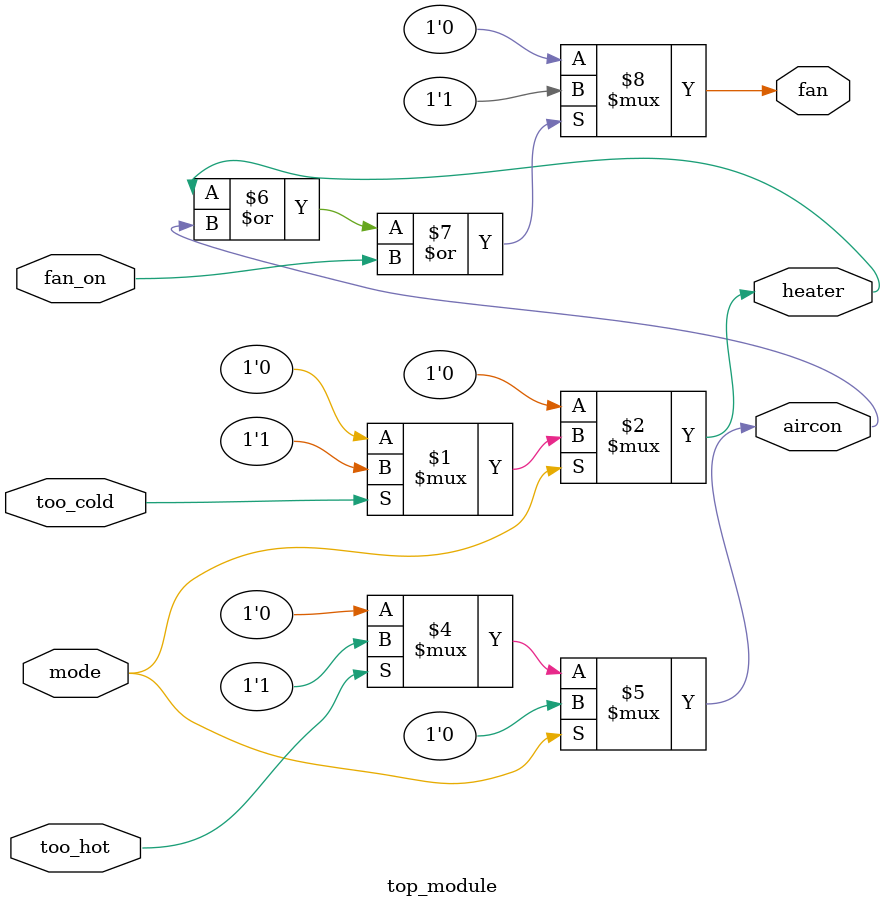
<source format=v>
module top_module (
    input too_cold,
    input too_hot,
    input mode,
    input fan_on,
    output heater,
    output aircon,
    output fan
); 
    assign heater = ( mode)? ((too_cold)? 1'b1:1'b0) : 1'b0;
    assign aircon = (~mode)? ((too_hot)? 1'b1:1'b0) : 1'b0;    
    assign fan = (heater | aircon | fan_on)? 1'b1:1'b0;    

endmodule

</source>
